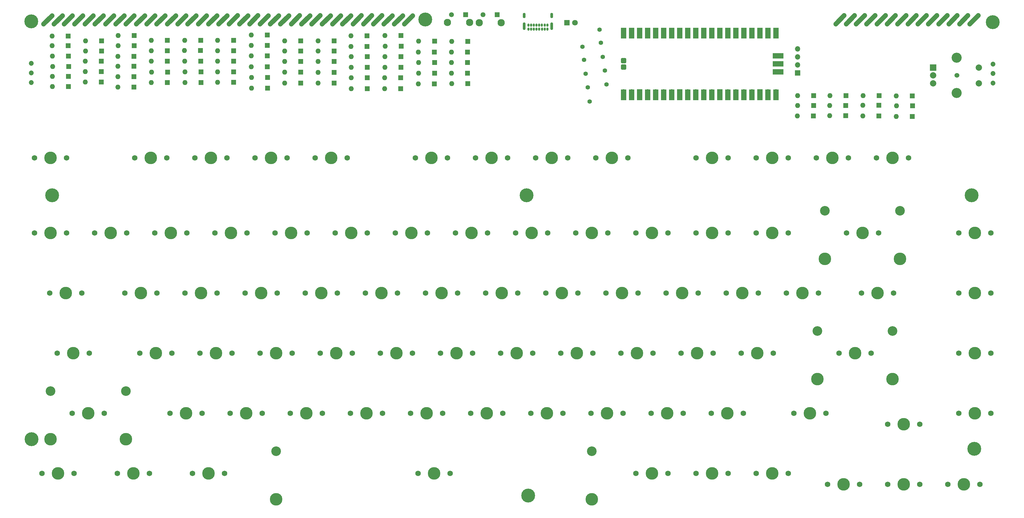
<source format=gbr>
%TF.GenerationSoftware,KiCad,Pcbnew,(6.0.1)*%
%TF.CreationDate,2022-07-13T18:13:40-04:00*%
%TF.ProjectId,Model K Pico-0.2,4d6f6465-6c20-44b2-9050-69636f2d302e,rev?*%
%TF.SameCoordinates,Original*%
%TF.FileFunction,Soldermask,Top*%
%TF.FilePolarity,Negative*%
%FSLAX46Y46*%
G04 Gerber Fmt 4.6, Leading zero omitted, Abs format (unit mm)*
G04 Created by KiCad (PCBNEW (6.0.1)) date 2022-07-13 18:13:40*
%MOMM*%
%LPD*%
G01*
G04 APERTURE LIST*
G04 Aperture macros list*
%AMRoundRect*
0 Rectangle with rounded corners*
0 $1 Rounding radius*
0 $2 $3 $4 $5 $6 $7 $8 $9 X,Y pos of 4 corners*
0 Add a 4 corners polygon primitive as box body*
4,1,4,$2,$3,$4,$5,$6,$7,$8,$9,$2,$3,0*
0 Add four circle primitives for the rounded corners*
1,1,$1+$1,$2,$3*
1,1,$1+$1,$4,$5*
1,1,$1+$1,$6,$7*
1,1,$1+$1,$8,$9*
0 Add four rect primitives between the rounded corners*
20,1,$1+$1,$2,$3,$4,$5,0*
20,1,$1+$1,$4,$5,$6,$7,0*
20,1,$1+$1,$6,$7,$8,$9,0*
20,1,$1+$1,$8,$9,$2,$3,0*%
%AMHorizOval*
0 Thick line with rounded ends*
0 $1 width*
0 $2 $3 position (X,Y) of the first rounded end (center of the circle)*
0 $4 $5 position (X,Y) of the second rounded end (center of the circle)*
0 Add line between two ends*
20,1,$1,$2,$3,$4,$5,0*
0 Add two circle primitives to create the rounded ends*
1,1,$1,$2,$3*
1,1,$1,$4,$5*%
G04 Aperture macros list end*
%ADD10C,1.500000*%
%ADD11C,1.750000*%
%ADD12C,3.987800*%
%ADD13R,1.600000X1.600000*%
%ADD14O,1.600000X1.600000*%
%ADD15C,3.048000*%
%ADD16R,1.550000X1.550000*%
%ADD17C,1.550000*%
%ADD18C,2.300000*%
%ADD19R,1.800000X1.800000*%
%ADD20C,1.800000*%
%ADD21O,0.650000X1.000000*%
%ADD22O,0.900000X1.700000*%
%ADD23O,0.900000X2.400000*%
%ADD24C,4.400000*%
%ADD25R,1.700000X1.700000*%
%ADD26O,1.700000X1.700000*%
%ADD27C,1.524000*%
%ADD28R,2.000000X2.000000*%
%ADD29C,2.000000*%
%ADD30C,3.200000*%
%ADD31C,1.400000*%
%ADD32HorizOval,1.400000X0.000000X0.000000X0.000000X0.000000X0*%
%ADD33R,1.700000X3.500000*%
%ADD34R,3.500000X1.700000*%
%ADD35RoundRect,0.437500X0.437500X-0.437500X0.437500X0.437500X-0.437500X0.437500X-0.437500X-0.437500X0*%
G04 APERTURE END LIST*
D10*
X168726800Y-33998200D02*
X171403200Y-31321800D01*
X60365000Y-46480000D02*
X60363200Y-46481800D01*
X139260000Y-34015000D02*
X141936400Y-31338600D01*
X165546800Y-34003200D02*
X168223200Y-31326800D01*
X344521800Y-33968200D02*
X347198200Y-31291800D01*
X87125000Y-34010000D02*
X89801400Y-31333600D01*
X172041800Y-34013200D02*
X174718200Y-31336800D01*
X145976800Y-34008200D02*
X148653200Y-31331800D01*
X162266800Y-33998200D02*
X164943200Y-31321800D01*
X100080000Y-34020000D02*
X102756400Y-31343600D01*
X106735000Y-34010000D02*
X109411400Y-31333600D01*
X83845000Y-34005000D02*
X86521400Y-31328600D01*
X103455000Y-34005000D02*
X106131400Y-31328600D01*
X347801800Y-33973200D02*
X350478200Y-31296800D01*
X365003600Y-52706400D02*
X365001800Y-52708200D01*
X324951800Y-33973200D02*
X327628200Y-31296800D01*
X334746800Y-33953200D02*
X337423200Y-31276800D01*
X155751800Y-34023200D02*
X158428200Y-31346800D01*
X74050000Y-34025000D02*
X76726400Y-31348600D01*
X321636800Y-33958200D02*
X324313200Y-31281800D01*
X350981800Y-33968200D02*
X353658200Y-31291800D01*
X149156800Y-34003200D02*
X151833200Y-31326800D01*
X96900000Y-34025000D02*
X99576400Y-31348600D01*
X328231800Y-33978200D02*
X330908200Y-31301800D01*
X338026800Y-33958200D02*
X340703200Y-31281800D01*
X315176800Y-33958200D02*
X317853200Y-31281800D01*
X175321800Y-34018200D02*
X177998200Y-31341800D01*
X341206800Y-33953200D02*
X343883200Y-31276800D01*
X113230000Y-34020000D02*
X115906400Y-31343600D01*
X116510000Y-34025000D02*
X119186400Y-31348600D01*
X64275000Y-34010000D02*
X66951400Y-31333600D01*
X119690000Y-34020000D02*
X122366400Y-31343600D01*
X129485000Y-34000000D02*
X132161400Y-31323600D01*
X90305000Y-34005000D02*
X92981400Y-31328600D01*
X318456800Y-33963200D02*
X321133200Y-31286800D01*
X123025000Y-34000000D02*
X125701400Y-31323600D01*
X126305000Y-34005000D02*
X128981400Y-31328600D01*
X331411800Y-33973200D02*
X334088200Y-31296800D01*
X60361800Y-49513200D02*
X60360000Y-49515000D01*
X357636800Y-33958200D02*
X360313200Y-31281800D01*
X364998600Y-49686400D02*
X364996800Y-49688200D01*
X178501800Y-34013200D02*
X181178200Y-31336800D01*
X80510000Y-34025000D02*
X83186400Y-31348600D01*
X93620000Y-34020000D02*
X96296400Y-31343600D01*
X142696800Y-34003200D02*
X145373200Y-31326800D01*
X132800000Y-34015000D02*
X135476400Y-31338600D01*
X158931800Y-34018200D02*
X161608200Y-31341800D01*
X354356800Y-33953200D02*
X357033200Y-31276800D01*
X70735000Y-34010000D02*
X73411400Y-31333600D01*
X67555000Y-34015000D02*
X70231400Y-31338600D01*
X109915000Y-34005000D02*
X112591400Y-31328600D01*
X77330000Y-34030000D02*
X80006400Y-31353600D01*
X365001800Y-46653200D02*
X365000000Y-46655000D01*
X136080000Y-34020000D02*
X138756400Y-31343600D01*
X60366800Y-52533200D02*
X60365000Y-52535000D01*
X152471800Y-34018200D02*
X155148200Y-31341800D01*
D11*
%TO.C,SW-1U-61*%
X161400000Y-157335000D03*
D12*
X166480000Y-157335000D03*
D11*
X171560000Y-157335000D03*
%TD*%
D13*
%TO.C,D75*%
X177457500Y-37675000D03*
D14*
X172377500Y-37675000D03*
%TD*%
D11*
%TO.C,SW-1U-80*%
X354130000Y-157330000D03*
X364290000Y-157330000D03*
D12*
X359210000Y-157330000D03*
%TD*%
D13*
%TO.C,D35*%
X145707500Y-45825000D03*
D14*
X140627500Y-45825000D03*
%TD*%
D12*
%TO.C,SW-1U-58*%
X109330000Y-157335000D03*
D11*
X104250000Y-157335000D03*
X114410000Y-157335000D03*
%TD*%
D13*
%TO.C,D38*%
X177457500Y-47685000D03*
D14*
X172377500Y-47685000D03*
%TD*%
D11*
%TO.C,SW-2.25U-55*%
X316185000Y-138285000D03*
D15*
X309358750Y-131300000D03*
D12*
X333171250Y-146540000D03*
X321265000Y-138285000D03*
D15*
X333171250Y-131300000D03*
D11*
X326345000Y-138285000D03*
D12*
X309358750Y-146540000D03*
%TD*%
%TO.C,SW-1U-24*%
X276025000Y-100185000D03*
D11*
X270945000Y-100185000D03*
X281105000Y-100185000D03*
%TD*%
D13*
%TO.C,D78*%
X308055000Y-63145000D03*
D14*
X302975000Y-63145000D03*
%TD*%
D16*
%TO.C,SW1*%
X197965000Y-31025000D03*
D17*
X193465000Y-31025000D03*
D18*
X199215000Y-33525000D03*
X192215000Y-33525000D03*
%TD*%
D12*
%TO.C,SW-1U-65*%
X242680000Y-157335000D03*
D11*
X237600000Y-157335000D03*
X247760000Y-157335000D03*
%TD*%
D13*
%TO.C,D29*%
X82537500Y-49095000D03*
D14*
X77457500Y-49095000D03*
%TD*%
D13*
%TO.C,D33*%
X124437500Y-45775000D03*
D14*
X119357500Y-45775000D03*
%TD*%
D13*
%TO.C,D28*%
X72167500Y-47425000D03*
D14*
X67087500Y-47425000D03*
%TD*%
D11*
%TO.C,SW-1U-77*%
X312535000Y-179885000D03*
D12*
X317615000Y-179885000D03*
D11*
X322695000Y-179885000D03*
%TD*%
%TO.C,SW-1U-22*%
X243005000Y-100185000D03*
X232845000Y-100185000D03*
D12*
X237925000Y-100185000D03*
%TD*%
D11*
%TO.C,SW-1U-48*%
X170930000Y-138285000D03*
D12*
X176010000Y-138285000D03*
D11*
X181090000Y-138285000D03*
%TD*%
D13*
%TO.C,D57*%
X72072500Y-40880000D03*
D14*
X66992500Y-40880000D03*
%TD*%
D12*
%TO.C,SW-1U-4*%
X155370000Y-76415000D03*
D11*
X150290000Y-76415000D03*
X160450000Y-76415000D03*
%TD*%
D13*
%TO.C,D69*%
X308140000Y-59785000D03*
D14*
X303060000Y-59785000D03*
%TD*%
D13*
%TO.C,D48*%
X124402500Y-42470000D03*
D14*
X119322500Y-42470000D03*
%TD*%
D19*
%TO.C,LED*%
X230015000Y-33585000D03*
D20*
X232555000Y-33585000D03*
%TD*%
D13*
%TO.C,D59*%
X92912500Y-40855000D03*
D14*
X87832500Y-40855000D03*
%TD*%
D12*
%TO.C,SW-1U-9*%
X276010000Y-76420000D03*
D11*
X281090000Y-76420000D03*
X270930000Y-76420000D03*
%TD*%
D13*
%TO.C,D54*%
X188057500Y-42845000D03*
D14*
X182977500Y-42845000D03*
%TD*%
D13*
%TO.C,D7*%
X156277500Y-52715000D03*
D14*
X151197500Y-52715000D03*
%TD*%
D11*
%TO.C,SW-1U-32*%
X157275000Y-119235000D03*
D12*
X152195000Y-119235000D03*
D11*
X147115000Y-119235000D03*
%TD*%
D21*
%TO.C,USB1*%
X223805000Y-35625000D03*
X222955000Y-35625000D03*
X222105000Y-35625000D03*
X221255000Y-35625000D03*
X220405000Y-35625000D03*
X219555000Y-35625000D03*
X218705000Y-35625000D03*
X217855000Y-35625000D03*
X217850000Y-34300000D03*
X218700000Y-34300000D03*
X219550000Y-34300000D03*
X220400000Y-34300000D03*
X221250000Y-34300000D03*
X222100000Y-34300000D03*
X222950000Y-34300000D03*
X223805000Y-34300000D03*
D22*
X216505000Y-31265000D03*
X225155000Y-31265000D03*
D23*
X225155000Y-34645000D03*
X216505000Y-34645000D03*
%TD*%
D11*
%TO.C,SW-1U-16*%
X118545000Y-100185000D03*
X128705000Y-100185000D03*
D12*
X123625000Y-100185000D03*
%TD*%
D13*
%TO.C,D16*%
X103512500Y-49200000D03*
D14*
X98432500Y-49200000D03*
%TD*%
D24*
%TO.C,*%
X358240000Y-88285000D03*
%TD*%
D13*
%TO.C,D65*%
X156302500Y-39365000D03*
D14*
X151222500Y-39365000D03*
%TD*%
D11*
%TO.C,SW-1U-50*%
X209030000Y-138285000D03*
D12*
X214110000Y-138285000D03*
D11*
X219190000Y-138285000D03*
%TD*%
D13*
%TO.C,D73*%
X135102500Y-37500000D03*
D14*
X130022500Y-37500000D03*
%TD*%
D12*
%TO.C,SW-1.25U-71*%
X92660000Y-176390000D03*
D11*
X97740000Y-176390000D03*
X87580000Y-176390000D03*
%TD*%
%TO.C,SW-1U-36*%
X233475000Y-119235000D03*
X223315000Y-119235000D03*
D12*
X228395000Y-119235000D03*
%TD*%
D13*
%TO.C,D40*%
X198537500Y-46205000D03*
D14*
X193457500Y-46205000D03*
%TD*%
D13*
%TO.C,D14*%
X82537500Y-52330000D03*
D14*
X77457500Y-52330000D03*
%TD*%
D25*
%TO.C,I2CHeader1*%
X303085000Y-49475000D03*
D26*
X303085000Y-46935000D03*
X303085000Y-44395000D03*
X303085000Y-41855000D03*
%TD*%
D13*
%TO.C,D30*%
X92847500Y-47400000D03*
D14*
X87767500Y-47400000D03*
%TD*%
D12*
%TO.C,SW-1.5U-28*%
X71235000Y-119240000D03*
D11*
X66155000Y-119240000D03*
X76315000Y-119240000D03*
%TD*%
D13*
%TO.C,D70*%
X72072500Y-37775000D03*
D14*
X66992500Y-37775000D03*
%TD*%
D13*
%TO.C,D47*%
X113967500Y-42375000D03*
D14*
X108887500Y-42375000D03*
%TD*%
D13*
%TO.C,D18*%
X124437500Y-49145000D03*
D14*
X119357500Y-49145000D03*
%TD*%
D12*
%TO.C,SW-1U-20*%
X199825000Y-100185000D03*
D11*
X194745000Y-100185000D03*
X204905000Y-100185000D03*
%TD*%
D12*
%TO.C,SW-1.25U-70*%
X68850000Y-176390000D03*
D11*
X63770000Y-176390000D03*
X73930000Y-176390000D03*
%TD*%
D13*
%TO.C,D13*%
X72137500Y-50600000D03*
D14*
X67057500Y-50600000D03*
%TD*%
D13*
%TO.C,D60*%
X103417500Y-39120000D03*
D14*
X98337500Y-39120000D03*
%TD*%
D13*
%TO.C,D44*%
X82550949Y-45740918D03*
D14*
X77470949Y-45740918D03*
%TD*%
D11*
%TO.C,SW-1U-74*%
X262045000Y-176385000D03*
X251885000Y-176385000D03*
D12*
X256965000Y-176385000D03*
%TD*%
D13*
%TO.C,D76*%
X188087500Y-39445000D03*
D14*
X183007500Y-39445000D03*
%TD*%
D11*
%TO.C,SW-1U-35*%
X204265000Y-119235000D03*
X214425000Y-119235000D03*
D12*
X209345000Y-119235000D03*
%TD*%
D27*
%TO.C,ROTARY1*%
X353515000Y-50265000D03*
D28*
X345995000Y-47765000D03*
D29*
X345995000Y-52765000D03*
X345995000Y-50265000D03*
D30*
X353495000Y-44665000D03*
X353495000Y-55865000D03*
D29*
X360495000Y-52765000D03*
X360495000Y-47765000D03*
%TD*%
D13*
%TO.C,D77*%
X198572500Y-39480000D03*
D14*
X193492500Y-39480000D03*
%TD*%
D13*
%TO.C,D61*%
X114002500Y-39200000D03*
D14*
X108922500Y-39200000D03*
%TD*%
D11*
%TO.C,SW-1U-3*%
X131240000Y-76415000D03*
D12*
X136320000Y-76415000D03*
D11*
X141400000Y-76415000D03*
%TD*%
D12*
%TO.C,SW-1U-8*%
X244280000Y-76405000D03*
D11*
X249360000Y-76405000D03*
X239200000Y-76405000D03*
%TD*%
D12*
%TO.C,SW-1U-7*%
X225230000Y-76405000D03*
D11*
X220150000Y-76405000D03*
X230310000Y-76405000D03*
%TD*%
D13*
%TO.C,D8*%
X166777500Y-54470000D03*
D14*
X161697500Y-54470000D03*
%TD*%
D13*
%TO.C,D25*%
X198557500Y-49565000D03*
D14*
X193477500Y-49565000D03*
%TD*%
D11*
%TO.C,SW-1U-31*%
X138225000Y-119235000D03*
X128065000Y-119235000D03*
D12*
X133145000Y-119235000D03*
%TD*%
D13*
%TO.C,D52*%
X166742500Y-44330000D03*
D14*
X161662500Y-44330000D03*
%TD*%
D11*
%TO.C,SW-1U-0*%
X61395000Y-76415000D03*
D12*
X66475000Y-76415000D03*
D11*
X71555000Y-76415000D03*
%TD*%
D13*
%TO.C,D41*%
X318337500Y-63020000D03*
D14*
X313257500Y-63020000D03*
%TD*%
D13*
%TO.C,D62*%
X124402500Y-39170000D03*
D14*
X119322500Y-39170000D03*
%TD*%
D13*
%TO.C,D55*%
X308150000Y-56670000D03*
D14*
X303070000Y-56670000D03*
%TD*%
D13*
%TO.C,D22*%
X166762500Y-50995000D03*
D14*
X161682500Y-50995000D03*
%TD*%
D31*
%TO.C,R2*%
X235400924Y-45334077D03*
D32*
X240789078Y-39945923D03*
%TD*%
D13*
%TO.C,D43*%
X72102500Y-44155000D03*
D14*
X67022500Y-44155000D03*
%TD*%
D11*
%TO.C,SW-1U-34*%
X185215000Y-119235000D03*
D12*
X190295000Y-119235000D03*
D11*
X195375000Y-119235000D03*
%TD*%
D12*
%TO.C,SW-1U-78*%
X336665000Y-179885000D03*
D11*
X341745000Y-179885000D03*
X331585000Y-179885000D03*
%TD*%
D12*
%TO.C,SW-1.5U-41*%
X328415000Y-119235000D03*
D11*
X323335000Y-119235000D03*
X333495000Y-119235000D03*
%TD*%
%TO.C,SW-1U-14*%
X80445000Y-100185000D03*
D12*
X85525000Y-100185000D03*
D11*
X90605000Y-100185000D03*
%TD*%
D12*
%TO.C,SW-1U-67*%
X280780000Y-157335000D03*
D11*
X275700000Y-157335000D03*
X285860000Y-157335000D03*
%TD*%
D12*
%TO.C,SW-1U-66*%
X261730000Y-157335000D03*
D11*
X256650000Y-157335000D03*
X266810000Y-157335000D03*
%TD*%
D13*
%TO.C,D58*%
X82602500Y-42515000D03*
D14*
X77522500Y-42515000D03*
%TD*%
D11*
%TO.C,SW-1U-59*%
X133460000Y-157335000D03*
X123300000Y-157335000D03*
D12*
X128380000Y-157335000D03*
%TD*%
D24*
%TO.C,*%
X359090000Y-168615000D03*
%TD*%
D31*
%TO.C,R4*%
X236613310Y-54091463D03*
D32*
X242001464Y-48703309D03*
%TD*%
D24*
%TO.C,*%
X217220000Y-88300000D03*
%TD*%
D13*
%TO.C,D56*%
X328872500Y-56670000D03*
D14*
X323792500Y-56670000D03*
%TD*%
D11*
%TO.C,SW-1.75U-43*%
X68535000Y-138290000D03*
X78695000Y-138290000D03*
D12*
X73615000Y-138290000D03*
%TD*%
D13*
%TO.C,D81*%
X339442500Y-56770000D03*
D14*
X334362500Y-56770000D03*
%TD*%
D13*
%TO.C,D12*%
X318392500Y-56675000D03*
D14*
X313312500Y-56675000D03*
%TD*%
D12*
%TO.C,SW-1U-5*%
X187130000Y-76405000D03*
D11*
X192210000Y-76405000D03*
X182050000Y-76405000D03*
%TD*%
D31*
%TO.C,R5*%
X237198310Y-58521463D03*
D32*
X242586464Y-53133309D03*
%TD*%
D13*
%TO.C,D21*%
X156277500Y-49360000D03*
D14*
X151197500Y-49360000D03*
%TD*%
D11*
%TO.C,SW-1U-1*%
X93140000Y-76415000D03*
D12*
X98220000Y-76415000D03*
D11*
X103300000Y-76415000D03*
%TD*%
%TO.C,SW-1U-17*%
X147755000Y-100185000D03*
D12*
X142675000Y-100185000D03*
D11*
X137595000Y-100185000D03*
%TD*%
D13*
%TO.C,D80*%
X328842500Y-59725000D03*
D14*
X323762500Y-59725000D03*
%TD*%
D12*
%TO.C,SW-1U-39*%
X285545000Y-119235000D03*
D11*
X290625000Y-119235000D03*
X280465000Y-119235000D03*
%TD*%
%TO.C,SW-1U-54*%
X285230000Y-138285000D03*
D12*
X290310000Y-138285000D03*
D11*
X295390000Y-138285000D03*
%TD*%
D13*
%TO.C,D9*%
X177392500Y-54460000D03*
D14*
X172312500Y-54460000D03*
%TD*%
D11*
%TO.C,SW-1U-30*%
X119175000Y-119235000D03*
X109015000Y-119235000D03*
D12*
X114095000Y-119235000D03*
%TD*%
D13*
%TO.C,D63*%
X135132500Y-40805000D03*
D14*
X130052500Y-40805000D03*
%TD*%
D13*
%TO.C,D3*%
X114097500Y-52515000D03*
D14*
X109017500Y-52515000D03*
%TD*%
D11*
%TO.C,SW-1U-38*%
X271575000Y-119235000D03*
X261415000Y-119235000D03*
D12*
X266495000Y-119235000D03*
%TD*%
D24*
%TO.C,*%
X185185000Y-32565000D03*
%TD*%
D31*
%TO.C,R3*%
X235943310Y-49761463D03*
D32*
X241331464Y-44373309D03*
%TD*%
D11*
%TO.C,SW-1U-44*%
X94730000Y-138285000D03*
X104890000Y-138285000D03*
D12*
X99810000Y-138285000D03*
%TD*%
D11*
%TO.C,SW-1U-56*%
X354130000Y-138280000D03*
D12*
X359210000Y-138280000D03*
D11*
X364290000Y-138280000D03*
%TD*%
D13*
%TO.C,D11*%
X198602500Y-52900000D03*
D14*
X193522500Y-52900000D03*
%TD*%
D11*
%TO.C,SW-1U-75*%
X270935000Y-176385000D03*
D12*
X276015000Y-176385000D03*
D11*
X281095000Y-176385000D03*
%TD*%
%TO.C,SW-1U-21*%
X223955000Y-100185000D03*
X213795000Y-100185000D03*
D12*
X218875000Y-100185000D03*
%TD*%
D13*
%TO.C,D51*%
X156292500Y-42545000D03*
D14*
X151212500Y-42545000D03*
%TD*%
D13*
%TO.C,D37*%
X166762500Y-47680000D03*
D14*
X161682500Y-47680000D03*
%TD*%
D11*
%TO.C,SW-1U-53*%
X276340000Y-138285000D03*
D12*
X271260000Y-138285000D03*
D11*
X266180000Y-138285000D03*
%TD*%
%TO.C,SW-1U-13*%
X61395000Y-100185000D03*
X71555000Y-100185000D03*
D12*
X66475000Y-100185000D03*
%TD*%
D11*
%TO.C,SW-1U-42*%
X364290000Y-119230000D03*
X354130000Y-119230000D03*
D12*
X359210000Y-119230000D03*
%TD*%
%TO.C,SW-1U-79*%
X355715000Y-179885000D03*
D11*
X350635000Y-179885000D03*
X360795000Y-179885000D03*
%TD*%
D13*
%TO.C,D71*%
X82572500Y-39310000D03*
D14*
X77492500Y-39310000D03*
%TD*%
D13*
%TO.C,D34*%
X135102500Y-47545000D03*
D14*
X130022500Y-47545000D03*
%TD*%
D11*
%TO.C,SW-1U-76*%
X289985000Y-176385000D03*
X300145000Y-176385000D03*
D12*
X295065000Y-176385000D03*
%TD*%
D13*
%TO.C,D6*%
X145677500Y-52730000D03*
D14*
X140597500Y-52730000D03*
%TD*%
D13*
%TO.C,D15*%
X92847500Y-50635000D03*
D14*
X87767500Y-50635000D03*
%TD*%
D13*
%TO.C,D46*%
X103447500Y-42425000D03*
D14*
X98367500Y-42425000D03*
%TD*%
D13*
%TO.C,D74*%
X166697500Y-37700000D03*
D14*
X161617500Y-37700000D03*
%TD*%
D13*
%TO.C,D24*%
X188087500Y-49585000D03*
D14*
X183007500Y-49585000D03*
%TD*%
D13*
%TO.C,D26*%
X318357500Y-59850000D03*
D14*
X313277500Y-59850000D03*
%TD*%
D11*
%TO.C,SW-1U-45*%
X113780000Y-138285000D03*
D12*
X118860000Y-138285000D03*
D11*
X123940000Y-138285000D03*
%TD*%
D13*
%TO.C,D23*%
X177392500Y-50990000D03*
D14*
X172312500Y-50990000D03*
%TD*%
D13*
%TO.C,D66*%
X166697500Y-41080000D03*
D14*
X161617500Y-41080000D03*
%TD*%
D11*
%TO.C,SW-1.75U-68*%
X312055000Y-157335000D03*
D12*
X306975000Y-157335000D03*
D11*
X301895000Y-157335000D03*
%TD*%
D13*
%TO.C,D10*%
X188022500Y-52920000D03*
D14*
X182942500Y-52920000D03*
%TD*%
D24*
%TO.C,*%
X66980000Y-88285000D03*
%TD*%
D12*
%TO.C,SW-1U-51*%
X233160000Y-138285000D03*
D11*
X228080000Y-138285000D03*
X238240000Y-138285000D03*
%TD*%
D26*
%TO.C,RPI1*%
X247995000Y-55535000D03*
D33*
X247995000Y-56435000D03*
X250535000Y-56435000D03*
D26*
X250535000Y-55535000D03*
D25*
X253075000Y-55535000D03*
D33*
X253075000Y-56435000D03*
D26*
X255615000Y-55535000D03*
D33*
X255615000Y-56435000D03*
D26*
X258155000Y-55535000D03*
D33*
X258155000Y-56435000D03*
D26*
X260695000Y-55535000D03*
D33*
X260695000Y-56435000D03*
D26*
X263235000Y-55535000D03*
D33*
X263235000Y-56435000D03*
X265775000Y-56435000D03*
D25*
X265775000Y-55535000D03*
D26*
X268315000Y-55535000D03*
D33*
X268315000Y-56435000D03*
D26*
X270855000Y-55535000D03*
D33*
X270855000Y-56435000D03*
X273395000Y-56435000D03*
D26*
X273395000Y-55535000D03*
X275935000Y-55535000D03*
D33*
X275935000Y-56435000D03*
D25*
X278475000Y-55535000D03*
D33*
X278475000Y-56435000D03*
D26*
X281015000Y-55535000D03*
D33*
X281015000Y-56435000D03*
X283555000Y-56435000D03*
D26*
X283555000Y-55535000D03*
D33*
X286095000Y-56435000D03*
D26*
X286095000Y-55535000D03*
X288635000Y-55535000D03*
D33*
X288635000Y-56435000D03*
D25*
X291175000Y-55535000D03*
D33*
X291175000Y-56435000D03*
D26*
X293715000Y-55535000D03*
D33*
X293715000Y-56435000D03*
D26*
X296255000Y-55535000D03*
D33*
X296255000Y-56435000D03*
D26*
X296255000Y-37755000D03*
D33*
X296255000Y-36855000D03*
X293715000Y-36855000D03*
D26*
X293715000Y-37755000D03*
D33*
X291175000Y-36855000D03*
D25*
X291175000Y-37755000D03*
D26*
X288635000Y-37755000D03*
D33*
X288635000Y-36855000D03*
D26*
X286095000Y-37755000D03*
D33*
X286095000Y-36855000D03*
D26*
X283555000Y-37755000D03*
D33*
X283555000Y-36855000D03*
D26*
X281015000Y-37755000D03*
D33*
X281015000Y-36855000D03*
D25*
X278475000Y-37755000D03*
D33*
X278475000Y-36855000D03*
X275935000Y-36855000D03*
D26*
X275935000Y-37755000D03*
D33*
X273395000Y-36855000D03*
D26*
X273395000Y-37755000D03*
D33*
X270855000Y-36855000D03*
D26*
X270855000Y-37755000D03*
D33*
X268315000Y-36855000D03*
D26*
X268315000Y-37755000D03*
D25*
X265775000Y-37755000D03*
D33*
X265775000Y-36855000D03*
D26*
X263235000Y-37755000D03*
D33*
X263235000Y-36855000D03*
X260695000Y-36855000D03*
D26*
X260695000Y-37755000D03*
X258155000Y-37755000D03*
D33*
X258155000Y-36855000D03*
D26*
X255615000Y-37755000D03*
D33*
X255615000Y-36855000D03*
D25*
X253075000Y-37755000D03*
D33*
X253075000Y-36855000D03*
D26*
X250535000Y-37755000D03*
D33*
X250535000Y-36855000D03*
X247995000Y-36855000D03*
D26*
X247995000Y-37755000D03*
D34*
X296925000Y-49185000D03*
D26*
X296025000Y-49185000D03*
D25*
X296025000Y-46645000D03*
D34*
X296925000Y-46645000D03*
D26*
X296025000Y-44105000D03*
D34*
X296925000Y-44105000D03*
D35*
X248000000Y-45629000D03*
X248000000Y-47661000D03*
%TD*%
D13*
%TO.C,D19*%
X135167500Y-50910000D03*
D14*
X130087500Y-50910000D03*
%TD*%
D13*
%TO.C,D4*%
X124402500Y-52485000D03*
D14*
X119322500Y-52485000D03*
%TD*%
D13*
%TO.C,D49*%
X135102500Y-44075000D03*
D14*
X130022500Y-44075000D03*
%TD*%
D13*
%TO.C,D64*%
X145717500Y-39295000D03*
D14*
X140637500Y-39295000D03*
%TD*%
D13*
%TO.C,D36*%
X156277500Y-45870000D03*
D14*
X151197500Y-45870000D03*
%TD*%
D11*
%TO.C,SW-1U-10*%
X300140000Y-76415000D03*
X289980000Y-76415000D03*
D12*
X295060000Y-76415000D03*
%TD*%
D11*
%TO.C,SW-1U-29*%
X89965000Y-119235000D03*
X100125000Y-119235000D03*
D12*
X95045000Y-119235000D03*
%TD*%
D24*
%TO.C,REF\u002A\u002A*%
X364885000Y-33430000D03*
%TD*%
D11*
%TO.C,SW-1U-37*%
X242365000Y-119235000D03*
X252525000Y-119235000D03*
D12*
X247445000Y-119235000D03*
%TD*%
D13*
%TO.C,D72*%
X92912500Y-37650000D03*
D14*
X87832500Y-37650000D03*
%TD*%
D13*
%TO.C,D17*%
X114097500Y-49180000D03*
D14*
X109017500Y-49180000D03*
%TD*%
D13*
%TO.C,D32*%
X114002500Y-45775000D03*
D14*
X108922500Y-45775000D03*
%TD*%
D11*
%TO.C,SW-1U-12*%
X338240000Y-76415000D03*
D12*
X333160000Y-76415000D03*
D11*
X328080000Y-76415000D03*
%TD*%
%TO.C,SW-1U-23*%
X262055000Y-100185000D03*
D12*
X256975000Y-100185000D03*
D11*
X251895000Y-100185000D03*
%TD*%
%TO.C,SW-1U-49*%
X200140000Y-138285000D03*
X189980000Y-138285000D03*
D12*
X195060000Y-138285000D03*
%TD*%
D13*
%TO.C,D79*%
X328842500Y-63085000D03*
D14*
X323762500Y-63085000D03*
%TD*%
D11*
%TO.C,SW-1U-2*%
X122350000Y-76415000D03*
X112190000Y-76415000D03*
D12*
X117270000Y-76415000D03*
%TD*%
%TO.C,SW-1U-19*%
X180775000Y-100185000D03*
D11*
X175695000Y-100185000D03*
X185855000Y-100185000D03*
%TD*%
D24*
%TO.C,*%
X60455000Y-165530000D03*
%TD*%
D13*
%TO.C,D42*%
X339390000Y-63270000D03*
D14*
X334310000Y-63270000D03*
%TD*%
D13*
%TO.C,D20*%
X145707500Y-49275000D03*
D14*
X140627500Y-49275000D03*
%TD*%
D11*
%TO.C,SW-1U-69*%
X331585000Y-160835000D03*
D12*
X336665000Y-160835000D03*
D11*
X341745000Y-160835000D03*
%TD*%
D24*
%TO.C,*%
X217730000Y-183415000D03*
%TD*%
D11*
%TO.C,SW-1U-15*%
X109655000Y-100185000D03*
D12*
X104575000Y-100185000D03*
D11*
X99495000Y-100185000D03*
%TD*%
D12*
%TO.C,SW-1U-6*%
X206180000Y-76405000D03*
D11*
X211260000Y-76405000D03*
X201100000Y-76405000D03*
%TD*%
D13*
%TO.C,D27*%
X339462500Y-59890000D03*
D14*
X334382500Y-59890000D03*
%TD*%
D13*
%TO.C,D39*%
X188087500Y-46215000D03*
D14*
X183007500Y-46215000D03*
%TD*%
D11*
%TO.C,SW-1U-25*%
X300155000Y-100185000D03*
X289995000Y-100185000D03*
D12*
X295075000Y-100185000D03*
%TD*%
D13*
%TO.C,D68*%
X198557500Y-42865000D03*
D14*
X193477500Y-42865000D03*
%TD*%
D11*
%TO.C,SW-1U-40*%
X299515000Y-119235000D03*
D12*
X304595000Y-119235000D03*
D11*
X309675000Y-119235000D03*
%TD*%
D24*
%TO.C,*%
X60365000Y-33150000D03*
%TD*%
D11*
%TO.C,SW-1U-11*%
X319190000Y-76415000D03*
D12*
X314110000Y-76415000D03*
D11*
X309030000Y-76415000D03*
%TD*%
%TO.C,SW-1U-60*%
X142350000Y-157335000D03*
X152510000Y-157335000D03*
D12*
X147430000Y-157335000D03*
%TD*%
D13*
%TO.C,D2*%
X103482500Y-52500000D03*
D14*
X98402500Y-52500000D03*
%TD*%
D13*
%TO.C,D50*%
X145712500Y-42560000D03*
D14*
X140632500Y-42560000D03*
%TD*%
D16*
%TO.C,SW-BUTTON1*%
X207960000Y-31040000D03*
D17*
X203460000Y-31040000D03*
D18*
X209210000Y-33540000D03*
X202210000Y-33540000D03*
%TD*%
D12*
%TO.C,SW-1U-52*%
X252210000Y-138285000D03*
D11*
X247130000Y-138285000D03*
X257290000Y-138285000D03*
%TD*%
D13*
%TO.C,D53*%
X177457500Y-44350000D03*
D14*
X172377500Y-44350000D03*
%TD*%
D13*
%TO.C,D67*%
X177487500Y-41045000D03*
D14*
X172407500Y-41045000D03*
%TD*%
D12*
%TO.C,SW-1U-64*%
X223630000Y-157335000D03*
D11*
X218550000Y-157335000D03*
X228710000Y-157335000D03*
%TD*%
D12*
%TO.C,SW-1.25U-72*%
X116475000Y-176385000D03*
D11*
X121555000Y-176385000D03*
X111395000Y-176385000D03*
%TD*%
%TO.C,SW-6.25U-73*%
X182830000Y-176385000D03*
D12*
X137910100Y-184640000D03*
D15*
X237909900Y-169400000D03*
D12*
X237909900Y-184640000D03*
X187910000Y-176385000D03*
D15*
X137910100Y-169400000D03*
D11*
X192990000Y-176385000D03*
%TD*%
D13*
%TO.C,D45*%
X92882500Y-44225000D03*
D14*
X87802500Y-44225000D03*
%TD*%
D11*
%TO.C,SW-1U-33*%
X176325000Y-119235000D03*
X166165000Y-119235000D03*
D12*
X171245000Y-119235000D03*
%TD*%
D11*
%TO.C,SW-1U-47*%
X162040000Y-138285000D03*
D12*
X156960000Y-138285000D03*
D11*
X151880000Y-138285000D03*
%TD*%
%TO.C,SW-1U-62*%
X180450000Y-157335000D03*
D12*
X185530000Y-157335000D03*
D11*
X190610000Y-157335000D03*
%TD*%
D12*
%TO.C,SW-1U-63*%
X204580000Y-157335000D03*
D11*
X199500000Y-157335000D03*
X209660000Y-157335000D03*
%TD*%
D13*
%TO.C,D0*%
X72137500Y-53835000D03*
D14*
X67057500Y-53835000D03*
%TD*%
D11*
%TO.C,SW-1U-18*%
X156645000Y-100185000D03*
D12*
X161725000Y-100185000D03*
D11*
X166805000Y-100185000D03*
%TD*%
D12*
%TO.C,SW-1U-27*%
X359210000Y-100180000D03*
D11*
X354130000Y-100180000D03*
X364290000Y-100180000D03*
%TD*%
D15*
%TO.C,SW-2U-26*%
X311743750Y-93200000D03*
D12*
X335556250Y-108440000D03*
D11*
X328730000Y-100185000D03*
D12*
X311743750Y-108440000D03*
D15*
X335556250Y-93200000D03*
D11*
X318570000Y-100185000D03*
D12*
X323650000Y-100185000D03*
%TD*%
D13*
%TO.C,D31*%
X103467500Y-45775000D03*
D14*
X98387500Y-45775000D03*
%TD*%
D31*
%TO.C,R1*%
X234963310Y-41196463D03*
D32*
X240351464Y-35808309D03*
%TD*%
D12*
%TO.C,SW-2.25U-57*%
X78375000Y-157340000D03*
X90281250Y-165595000D03*
D11*
X83455000Y-157340000D03*
D12*
X66468750Y-165595000D03*
D11*
X73295000Y-157340000D03*
D15*
X90281250Y-150355000D03*
X66468750Y-150355000D03*
%TD*%
D11*
%TO.C,SW-1U-46*%
X142990000Y-138285000D03*
X132830000Y-138285000D03*
D12*
X137910000Y-138285000D03*
%TD*%
D13*
%TO.C,D5*%
X135167500Y-54315000D03*
D14*
X130087500Y-54315000D03*
%TD*%
D13*
%TO.C,D1*%
X92882500Y-53940000D03*
D14*
X87802500Y-53940000D03*
%TD*%
M02*

</source>
